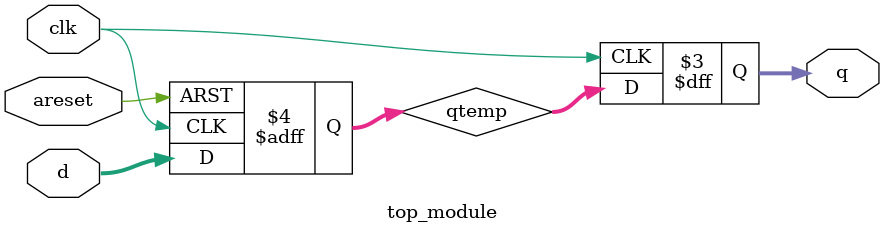
<source format=sv>
module top_module(
    input clk,
    input [7:0] d,
    input areset,
    output reg [7:0] q
);

    reg [7:0] qtemp;
    
    always @(posedge clk or posedge areset) begin
        if (areset)
            qtemp <= 8'b0;
        else
            qtemp <= d;
    end
    
    always @(posedge clk) begin
        q <= qtemp;
    end
    
endmodule

</source>
